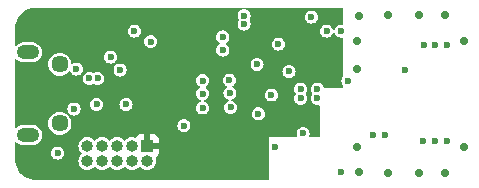
<source format=gbr>
%TF.GenerationSoftware,KiCad,Pcbnew,8.0.6*%
%TF.CreationDate,2024-12-29T16:51:47+05:30*%
%TF.ProjectId,STM32_RF,53544d33-325f-4524-962e-6b696361645f,rev?*%
%TF.SameCoordinates,Original*%
%TF.FileFunction,Copper,L3,Inr*%
%TF.FilePolarity,Positive*%
%FSLAX46Y46*%
G04 Gerber Fmt 4.6, Leading zero omitted, Abs format (unit mm)*
G04 Created by KiCad (PCBNEW 8.0.6) date 2024-12-29 16:51:47*
%MOMM*%
%LPD*%
G01*
G04 APERTURE LIST*
%TA.AperFunction,ComponentPad*%
%ADD10R,1.000000X1.000000*%
%TD*%
%TA.AperFunction,ComponentPad*%
%ADD11O,1.000000X1.000000*%
%TD*%
%TA.AperFunction,ComponentPad*%
%ADD12O,1.900000X1.200000*%
%TD*%
%TA.AperFunction,ComponentPad*%
%ADD13C,1.450000*%
%TD*%
%TA.AperFunction,ViaPad*%
%ADD14C,0.600000*%
%TD*%
%TA.AperFunction,ViaPad*%
%ADD15C,0.700000*%
%TD*%
G04 APERTURE END LIST*
D10*
%TO.N,+3.3V*%
%TO.C,J2*%
X165900000Y-78430000D03*
D11*
%TO.N,SWD_DIO*%
X165900000Y-79700000D03*
%TO.N,GND*%
X164630000Y-78430000D03*
%TO.N,SWD_CLK*%
X164630000Y-79700000D03*
%TO.N,GND*%
X163360000Y-78430000D03*
%TO.N,unconnected-(J2-Pin_6-Pad6)*%
X163360000Y-79700000D03*
%TO.N,unconnected-(J2-Pin_7-Pad7)*%
X162090000Y-78430000D03*
%TO.N,unconnected-(J2-Pin_8-Pad8)*%
X162090000Y-79700000D03*
%TO.N,GND*%
X160820000Y-78430000D03*
%TO.N,SWD_NRST*%
X160820000Y-79700000D03*
%TD*%
D12*
%TO.N,N/C*%
%TO.C,J1*%
X155800000Y-70500000D03*
D13*
X158500000Y-71500000D03*
X158500000Y-76500000D03*
D12*
X155800000Y-77500000D03*
%TD*%
D14*
%TO.N,GND*%
X189300000Y-69900000D03*
D15*
X188900000Y-67300000D03*
X188900000Y-80710000D03*
D14*
X169000000Y-76700000D03*
D15*
X186300000Y-80710000D03*
D14*
X161700000Y-72700000D03*
X179800000Y-67500000D03*
X175200000Y-71500000D03*
X159700000Y-75300000D03*
D15*
X183800000Y-67400000D03*
D14*
X182300000Y-68700000D03*
D15*
X186300000Y-67300000D03*
X183700000Y-78510000D03*
X191100000Y-67300000D03*
D14*
X166200000Y-69600000D03*
D15*
X183700000Y-69500000D03*
D14*
X172300000Y-69200000D03*
X180300000Y-74400000D03*
X172900000Y-73950000D03*
D15*
X192700000Y-78510000D03*
D14*
X180300000Y-73600000D03*
D15*
X191100000Y-80710000D03*
D14*
X190300000Y-69900000D03*
X164800000Y-68700000D03*
D15*
X183700000Y-71900000D03*
D14*
X177900000Y-72100000D03*
X163600000Y-72000000D03*
D15*
X192700000Y-69500000D03*
D14*
X191300000Y-69900000D03*
X158320000Y-79020000D03*
X170600000Y-72900000D03*
X181100000Y-68700000D03*
X161000000Y-72700000D03*
X190250000Y-78000000D03*
X172850000Y-72850000D03*
X191250000Y-78000000D03*
X178900000Y-74400000D03*
X170600000Y-75200000D03*
X174100000Y-67399997D03*
X170600000Y-74000000D03*
X176750000Y-78500000D03*
X182900000Y-72900000D03*
X177000000Y-69800000D03*
X189250000Y-78000000D03*
X187700000Y-72000000D03*
X162800000Y-70900000D03*
X182275000Y-80650000D03*
X164100000Y-74900000D03*
X172950000Y-75150000D03*
X185000000Y-77500000D03*
D15*
X183800000Y-80610000D03*
D14*
X179100000Y-77350000D03*
X186000000Y-77500000D03*
X178900000Y-73600000D03*
X174100000Y-68100000D03*
%TO.N,+3.3V*%
X178250000Y-67550000D03*
X167200000Y-72399997D03*
X170700000Y-77700000D03*
X167200000Y-73100000D03*
X174250000Y-70950000D03*
X165800000Y-73100000D03*
X166500000Y-73100000D03*
X171287500Y-70693844D03*
X176350000Y-77400000D03*
X182000000Y-71500000D03*
%TO.N,SWD_NRST*%
X172300000Y-70300000D03*
%TO.N,+5V*%
X161608422Y-74900000D03*
X159900000Y-71900000D03*
%TO.N,SPI3_SCK*%
X175300000Y-75700000D03*
X176400000Y-74100000D03*
%TD*%
%TA.AperFunction,Conductor*%
%TO.N,+3.3V*%
G36*
X174096691Y-66712946D02*
G01*
X174133357Y-66700500D01*
X182426000Y-66700500D01*
X182478326Y-66722174D01*
X182500000Y-66774500D01*
X182500000Y-68086699D01*
X182478326Y-68139025D01*
X182426000Y-68160699D01*
X182416341Y-68160066D01*
X182300000Y-68144750D01*
X182156291Y-68163669D01*
X182022376Y-68219138D01*
X181907379Y-68307379D01*
X181819138Y-68422376D01*
X181768367Y-68544951D01*
X181728319Y-68585000D01*
X181671682Y-68585000D01*
X181631633Y-68544952D01*
X181631633Y-68544951D01*
X181580861Y-68422376D01*
X181580861Y-68422375D01*
X181492621Y-68307379D01*
X181377625Y-68219139D01*
X181377623Y-68219138D01*
X181243708Y-68163669D01*
X181100000Y-68144750D01*
X180956291Y-68163669D01*
X180822376Y-68219138D01*
X180707379Y-68307379D01*
X180619138Y-68422376D01*
X180563669Y-68556291D01*
X180544750Y-68700000D01*
X180563669Y-68843708D01*
X180596254Y-68922375D01*
X180619139Y-68977625D01*
X180707379Y-69092621D01*
X180822375Y-69180861D01*
X180956291Y-69236330D01*
X181100000Y-69255250D01*
X181243709Y-69236330D01*
X181377625Y-69180861D01*
X181492621Y-69092621D01*
X181580861Y-68977625D01*
X181631633Y-68855047D01*
X181671681Y-68814999D01*
X181728318Y-68814999D01*
X181768365Y-68855045D01*
X181819139Y-68977625D01*
X181907379Y-69092621D01*
X182022375Y-69180861D01*
X182156291Y-69236330D01*
X182300000Y-69255250D01*
X182416341Y-69239933D01*
X182471048Y-69254592D01*
X182499367Y-69303641D01*
X182500000Y-69313300D01*
X182500000Y-72491875D01*
X182484708Y-72536923D01*
X182419140Y-72622372D01*
X182419138Y-72622376D01*
X182363669Y-72756291D01*
X182344750Y-72900000D01*
X182363669Y-73043708D01*
X182419138Y-73177623D01*
X182419140Y-73177627D01*
X182421622Y-73180861D01*
X182484708Y-73263076D01*
X182500000Y-73308124D01*
X182500000Y-73426000D01*
X182478326Y-73478326D01*
X182426000Y-73500000D01*
X180903880Y-73500000D01*
X180851554Y-73478326D01*
X180835513Y-73454318D01*
X180805704Y-73382353D01*
X180780861Y-73322375D01*
X180692621Y-73207379D01*
X180577625Y-73119139D01*
X180577623Y-73119138D01*
X180443708Y-73063669D01*
X180300000Y-73044750D01*
X180156291Y-73063669D01*
X180022376Y-73119138D01*
X179907379Y-73207379D01*
X179819138Y-73322376D01*
X179763669Y-73456291D01*
X179744750Y-73600000D01*
X179763669Y-73743708D01*
X179819138Y-73877623D01*
X179819140Y-73877627D01*
X179878473Y-73954952D01*
X179893132Y-74009659D01*
X179878473Y-74045048D01*
X179819140Y-74122372D01*
X179819138Y-74122376D01*
X179763669Y-74256291D01*
X179744750Y-74400000D01*
X179763669Y-74543708D01*
X179815624Y-74669139D01*
X179819139Y-74677625D01*
X179907379Y-74792621D01*
X180022375Y-74880861D01*
X180156291Y-74936330D01*
X180300000Y-74955250D01*
X180416341Y-74939933D01*
X180471048Y-74954592D01*
X180499367Y-75003641D01*
X180500000Y-75013300D01*
X180500000Y-77626000D01*
X180478326Y-77678326D01*
X180426000Y-77700000D01*
X179661631Y-77700000D01*
X179609305Y-77678326D01*
X179587631Y-77626000D01*
X179593264Y-77597682D01*
X179636330Y-77493708D01*
X179638106Y-77480219D01*
X179655250Y-77350000D01*
X179636330Y-77206291D01*
X179580861Y-77072375D01*
X179492621Y-76957379D01*
X179377625Y-76869139D01*
X179377623Y-76869138D01*
X179243708Y-76813669D01*
X179100000Y-76794750D01*
X178956291Y-76813669D01*
X178822376Y-76869138D01*
X178707379Y-76957379D01*
X178619138Y-77072376D01*
X178563669Y-77206291D01*
X178544750Y-77350000D01*
X178563669Y-77493708D01*
X178606736Y-77597682D01*
X178606736Y-77654319D01*
X178566687Y-77694367D01*
X178538369Y-77700000D01*
X176250000Y-77700000D01*
X176250000Y-78253862D01*
X176244367Y-78282180D01*
X176213669Y-78356291D01*
X176194750Y-78500000D01*
X176213669Y-78643706D01*
X176213669Y-78643708D01*
X176213670Y-78643709D01*
X176244367Y-78717821D01*
X176250000Y-78746136D01*
X176250000Y-81225500D01*
X176228326Y-81277826D01*
X176176000Y-81299500D01*
X156502429Y-81299500D01*
X156497589Y-81299342D01*
X156269953Y-81284421D01*
X156260357Y-81283157D01*
X156039015Y-81239130D01*
X156029664Y-81236625D01*
X155815952Y-81164079D01*
X155807010Y-81160375D01*
X155703676Y-81109417D01*
X155604595Y-81060555D01*
X155596220Y-81055720D01*
X155408563Y-80930331D01*
X155400884Y-80924438D01*
X155384725Y-80910267D01*
X155231202Y-80775632D01*
X155224367Y-80768797D01*
X155075560Y-80599114D01*
X155069668Y-80591436D01*
X154944276Y-80403774D01*
X154939446Y-80395409D01*
X154839623Y-80192986D01*
X154835920Y-80184047D01*
X154830859Y-80169139D01*
X154763373Y-79970333D01*
X154760869Y-79960984D01*
X154716842Y-79739642D01*
X154715578Y-79730046D01*
X154700658Y-79502410D01*
X154700500Y-79497570D01*
X154700500Y-79020000D01*
X157764750Y-79020000D01*
X157783669Y-79163708D01*
X157810761Y-79229114D01*
X157839139Y-79297625D01*
X157927379Y-79412621D01*
X158042375Y-79500861D01*
X158176291Y-79556330D01*
X158320000Y-79575250D01*
X158463709Y-79556330D01*
X158597625Y-79500861D01*
X158712621Y-79412621D01*
X158800861Y-79297625D01*
X158856330Y-79163709D01*
X158875250Y-79020000D01*
X158856330Y-78876291D01*
X158800861Y-78742375D01*
X158712621Y-78627379D01*
X158597625Y-78539139D01*
X158597623Y-78539138D01*
X158463708Y-78483669D01*
X158320000Y-78464750D01*
X158176291Y-78483669D01*
X158042376Y-78539138D01*
X157927379Y-78627379D01*
X157839138Y-78742376D01*
X157783669Y-78876291D01*
X157764750Y-79020000D01*
X154700500Y-79020000D01*
X154700500Y-78430000D01*
X160064751Y-78430000D01*
X160083687Y-78598059D01*
X160083689Y-78598067D01*
X160139544Y-78757691D01*
X160229519Y-78900885D01*
X160229521Y-78900887D01*
X160229523Y-78900890D01*
X160341308Y-79012675D01*
X160362982Y-79065000D01*
X160341308Y-79117324D01*
X160237325Y-79221308D01*
X160229520Y-79229113D01*
X160229519Y-79229114D01*
X160139544Y-79372308D01*
X160083689Y-79531932D01*
X160083687Y-79531940D01*
X160064751Y-79700000D01*
X160083687Y-79868059D01*
X160083689Y-79868067D01*
X160139544Y-80027691D01*
X160229519Y-80170885D01*
X160229521Y-80170887D01*
X160229523Y-80170890D01*
X160349110Y-80290477D01*
X160349112Y-80290478D01*
X160349114Y-80290480D01*
X160479449Y-80372375D01*
X160492310Y-80380456D01*
X160651941Y-80436313D01*
X160820000Y-80455249D01*
X160988059Y-80436313D01*
X161147690Y-80380456D01*
X161290890Y-80290477D01*
X161402675Y-80178691D01*
X161455000Y-80157018D01*
X161507324Y-80178691D01*
X161619110Y-80290477D01*
X161619112Y-80290478D01*
X161619114Y-80290480D01*
X161749449Y-80372375D01*
X161762310Y-80380456D01*
X161921941Y-80436313D01*
X162090000Y-80455249D01*
X162258059Y-80436313D01*
X162417690Y-80380456D01*
X162560890Y-80290477D01*
X162672675Y-80178691D01*
X162725000Y-80157018D01*
X162777324Y-80178691D01*
X162889110Y-80290477D01*
X162889112Y-80290478D01*
X162889114Y-80290480D01*
X163019449Y-80372375D01*
X163032310Y-80380456D01*
X163191941Y-80436313D01*
X163360000Y-80455249D01*
X163528059Y-80436313D01*
X163687690Y-80380456D01*
X163830890Y-80290477D01*
X163942675Y-80178691D01*
X163995000Y-80157018D01*
X164047324Y-80178691D01*
X164159110Y-80290477D01*
X164159112Y-80290478D01*
X164159114Y-80290480D01*
X164289449Y-80372375D01*
X164302310Y-80380456D01*
X164461941Y-80436313D01*
X164630000Y-80455249D01*
X164798059Y-80436313D01*
X164957690Y-80380456D01*
X165100890Y-80290477D01*
X165212675Y-80178691D01*
X165265000Y-80157018D01*
X165317324Y-80178691D01*
X165429110Y-80290477D01*
X165429112Y-80290478D01*
X165429114Y-80290480D01*
X165559449Y-80372375D01*
X165572310Y-80380456D01*
X165731941Y-80436313D01*
X165900000Y-80455249D01*
X166068059Y-80436313D01*
X166227690Y-80380456D01*
X166370890Y-80290477D01*
X166490477Y-80170890D01*
X166580456Y-80027690D01*
X166636313Y-79868059D01*
X166655249Y-79700000D01*
X166636313Y-79531941D01*
X166611394Y-79460726D01*
X166614569Y-79404180D01*
X166639181Y-79378301D01*
X166637852Y-79376525D01*
X166757188Y-79287188D01*
X166843353Y-79172088D01*
X166843354Y-79172087D01*
X166893596Y-79037380D01*
X166893597Y-79037375D01*
X166900000Y-78977828D01*
X166900000Y-78680000D01*
X166109618Y-78680000D01*
X166160064Y-78629554D01*
X166202851Y-78555445D01*
X166225000Y-78472787D01*
X166225000Y-78387213D01*
X166202851Y-78304555D01*
X166160064Y-78230446D01*
X166109618Y-78180000D01*
X166150000Y-78180000D01*
X166900000Y-78180000D01*
X166900000Y-77882171D01*
X166893597Y-77822624D01*
X166893596Y-77822619D01*
X166843354Y-77687912D01*
X166843353Y-77687911D01*
X166757188Y-77572811D01*
X166642088Y-77486646D01*
X166642087Y-77486645D01*
X166507380Y-77436403D01*
X166507375Y-77436402D01*
X166447829Y-77430000D01*
X166150000Y-77430000D01*
X166150000Y-78180000D01*
X166109618Y-78180000D01*
X166099554Y-78169936D01*
X166025445Y-78127149D01*
X165942787Y-78105000D01*
X165857213Y-78105000D01*
X165774555Y-78127149D01*
X165700446Y-78169936D01*
X165650000Y-78220382D01*
X165650000Y-77430000D01*
X165352171Y-77430000D01*
X165292624Y-77436402D01*
X165292619Y-77436403D01*
X165157912Y-77486645D01*
X165157911Y-77486646D01*
X165042811Y-77572811D01*
X164953475Y-77692148D01*
X164951069Y-77690347D01*
X164914535Y-77719768D01*
X164869271Y-77718605D01*
X164798067Y-77693689D01*
X164798059Y-77693687D01*
X164630000Y-77674751D01*
X164461940Y-77693687D01*
X164461932Y-77693689D01*
X164302308Y-77749544D01*
X164159114Y-77839519D01*
X164159113Y-77839520D01*
X164159110Y-77839522D01*
X164159110Y-77839523D01*
X164047324Y-77951308D01*
X163995000Y-77972982D01*
X163942675Y-77951308D01*
X163830890Y-77839523D01*
X163830887Y-77839521D01*
X163830885Y-77839519D01*
X163687691Y-77749544D01*
X163528067Y-77693689D01*
X163528059Y-77693687D01*
X163360000Y-77674751D01*
X163191940Y-77693687D01*
X163191932Y-77693689D01*
X163032308Y-77749544D01*
X162889114Y-77839519D01*
X162889113Y-77839520D01*
X162889110Y-77839522D01*
X162889110Y-77839523D01*
X162777324Y-77951308D01*
X162725000Y-77972982D01*
X162672675Y-77951308D01*
X162560890Y-77839523D01*
X162560887Y-77839521D01*
X162560885Y-77839519D01*
X162417691Y-77749544D01*
X162258067Y-77693689D01*
X162258059Y-77693687D01*
X162090000Y-77674751D01*
X161921940Y-77693687D01*
X161921932Y-77693689D01*
X161762308Y-77749544D01*
X161619114Y-77839519D01*
X161619113Y-77839520D01*
X161619110Y-77839522D01*
X161619110Y-77839523D01*
X161507324Y-77951308D01*
X161455000Y-77972982D01*
X161402675Y-77951308D01*
X161290890Y-77839523D01*
X161290887Y-77839521D01*
X161290885Y-77839519D01*
X161147691Y-77749544D01*
X160988067Y-77693689D01*
X160988059Y-77693687D01*
X160820000Y-77674751D01*
X160651940Y-77693687D01*
X160651932Y-77693689D01*
X160492308Y-77749544D01*
X160349114Y-77839519D01*
X160229519Y-77959114D01*
X160139544Y-78102308D01*
X160083689Y-78261932D01*
X160083687Y-78261940D01*
X160064751Y-78430000D01*
X154700500Y-78430000D01*
X154700500Y-78131939D01*
X154722174Y-78079613D01*
X154774500Y-78057939D01*
X154826824Y-78079612D01*
X154907838Y-78160626D01*
X155047137Y-78253703D01*
X155201918Y-78317816D01*
X155366233Y-78350500D01*
X155366234Y-78350500D01*
X156233766Y-78350500D01*
X156233767Y-78350500D01*
X156398082Y-78317816D01*
X156552863Y-78253703D01*
X156692162Y-78160626D01*
X156810626Y-78042162D01*
X156903703Y-77902863D01*
X156967816Y-77748082D01*
X157000500Y-77583767D01*
X157000500Y-77416233D01*
X156967816Y-77251918D01*
X156903703Y-77097137D01*
X156810626Y-76957838D01*
X156692162Y-76839374D01*
X156692158Y-76839371D01*
X156552862Y-76746296D01*
X156398082Y-76682184D01*
X156398075Y-76682182D01*
X156274288Y-76657560D01*
X156233767Y-76649500D01*
X155366233Y-76649500D01*
X155333728Y-76655965D01*
X155201924Y-76682182D01*
X155201917Y-76682184D01*
X155047137Y-76746296D01*
X154907841Y-76839371D01*
X154907840Y-76839372D01*
X154907838Y-76839373D01*
X154907838Y-76839374D01*
X154826824Y-76920387D01*
X154774500Y-76942061D01*
X154722174Y-76920387D01*
X154700500Y-76868061D01*
X154700500Y-76500000D01*
X157519780Y-76500000D01*
X157538615Y-76691231D01*
X157594395Y-76875114D01*
X157684977Y-77044581D01*
X157806880Y-77193120D01*
X157955419Y-77315023D01*
X158124886Y-77405605D01*
X158308769Y-77461385D01*
X158500000Y-77480220D01*
X158691231Y-77461385D01*
X158875114Y-77405605D01*
X159044581Y-77315023D01*
X159193120Y-77193120D01*
X159315023Y-77044581D01*
X159405605Y-76875114D01*
X159458725Y-76700000D01*
X168444750Y-76700000D01*
X168463669Y-76843708D01*
X168504408Y-76942061D01*
X168519139Y-76977625D01*
X168607379Y-77092621D01*
X168722375Y-77180861D01*
X168856291Y-77236330D01*
X169000000Y-77255250D01*
X169143709Y-77236330D01*
X169277625Y-77180861D01*
X169392621Y-77092621D01*
X169480861Y-76977625D01*
X169536330Y-76843709D01*
X169555250Y-76700000D01*
X169536330Y-76556291D01*
X169480861Y-76422375D01*
X169392621Y-76307379D01*
X169277625Y-76219139D01*
X169277623Y-76219138D01*
X169143708Y-76163669D01*
X169000000Y-76144750D01*
X168856291Y-76163669D01*
X168722376Y-76219138D01*
X168607379Y-76307379D01*
X168519138Y-76422376D01*
X168463669Y-76556291D01*
X168444750Y-76700000D01*
X159458725Y-76700000D01*
X159461385Y-76691231D01*
X159480220Y-76500000D01*
X159461385Y-76308769D01*
X159405605Y-76124886D01*
X159315023Y-75955419D01*
X159193120Y-75806880D01*
X159044581Y-75684977D01*
X158875114Y-75594395D01*
X158771300Y-75562903D01*
X158691232Y-75538615D01*
X158500000Y-75519780D01*
X158308767Y-75538615D01*
X158148629Y-75587192D01*
X158130738Y-75592620D01*
X158124883Y-75594396D01*
X157972812Y-75675680D01*
X157955419Y-75684977D01*
X157955416Y-75684978D01*
X157955412Y-75684982D01*
X157806880Y-75806880D01*
X157684982Y-75955412D01*
X157684976Y-75955421D01*
X157594396Y-76124883D01*
X157538615Y-76308767D01*
X157527425Y-76422376D01*
X157519780Y-76500000D01*
X154700500Y-76500000D01*
X154700500Y-75300000D01*
X159144750Y-75300000D01*
X159163669Y-75443708D01*
X159204640Y-75542621D01*
X159219139Y-75577625D01*
X159307379Y-75692621D01*
X159422375Y-75780861D01*
X159556291Y-75836330D01*
X159700000Y-75855250D01*
X159843709Y-75836330D01*
X159977625Y-75780861D01*
X160092621Y-75692621D01*
X160180861Y-75577625D01*
X160236330Y-75443709D01*
X160255250Y-75300000D01*
X160236330Y-75156291D01*
X160180861Y-75022375D01*
X160092621Y-74907379D01*
X160083005Y-74900000D01*
X161053172Y-74900000D01*
X161072091Y-75043708D01*
X161118724Y-75156291D01*
X161127561Y-75177625D01*
X161215801Y-75292621D01*
X161330797Y-75380861D01*
X161464713Y-75436330D01*
X161608422Y-75455250D01*
X161752131Y-75436330D01*
X161886047Y-75380861D01*
X162001043Y-75292621D01*
X162089283Y-75177625D01*
X162144752Y-75043709D01*
X162163672Y-74900000D01*
X163544750Y-74900000D01*
X163563669Y-75043708D01*
X163610302Y-75156291D01*
X163619139Y-75177625D01*
X163707379Y-75292621D01*
X163822375Y-75380861D01*
X163956291Y-75436330D01*
X164100000Y-75455250D01*
X164243709Y-75436330D01*
X164377625Y-75380861D01*
X164492621Y-75292621D01*
X164580861Y-75177625D01*
X164636330Y-75043709D01*
X164655250Y-74900000D01*
X164636330Y-74756291D01*
X164580861Y-74622375D01*
X164492621Y-74507379D01*
X164377625Y-74419139D01*
X164331419Y-74400000D01*
X164243708Y-74363669D01*
X164100000Y-74344750D01*
X163956291Y-74363669D01*
X163822376Y-74419138D01*
X163707379Y-74507379D01*
X163619138Y-74622376D01*
X163563669Y-74756291D01*
X163544750Y-74900000D01*
X162163672Y-74900000D01*
X162144752Y-74756291D01*
X162089283Y-74622375D01*
X162001043Y-74507379D01*
X161886047Y-74419139D01*
X161839841Y-74400000D01*
X161752130Y-74363669D01*
X161608422Y-74344750D01*
X161464713Y-74363669D01*
X161330798Y-74419138D01*
X161215801Y-74507379D01*
X161127560Y-74622376D01*
X161072091Y-74756291D01*
X161053172Y-74900000D01*
X160083005Y-74900000D01*
X159977625Y-74819139D01*
X159977623Y-74819138D01*
X159843708Y-74763669D01*
X159700000Y-74744750D01*
X159556291Y-74763669D01*
X159422376Y-74819138D01*
X159307379Y-74907379D01*
X159219138Y-75022376D01*
X159163669Y-75156291D01*
X159144750Y-75300000D01*
X154700500Y-75300000D01*
X154700500Y-72700000D01*
X160444750Y-72700000D01*
X160463669Y-72843708D01*
X160486986Y-72900000D01*
X160519139Y-72977625D01*
X160607379Y-73092621D01*
X160722375Y-73180861D01*
X160856291Y-73236330D01*
X161000000Y-73255250D01*
X161143709Y-73236330D01*
X161277625Y-73180861D01*
X161304951Y-73159892D01*
X161359657Y-73145233D01*
X161395048Y-73159892D01*
X161422375Y-73180861D01*
X161556291Y-73236330D01*
X161700000Y-73255250D01*
X161843709Y-73236330D01*
X161977625Y-73180861D01*
X162092621Y-73092621D01*
X162180861Y-72977625D01*
X162213014Y-72900000D01*
X170044750Y-72900000D01*
X170063669Y-73043708D01*
X170105722Y-73145233D01*
X170119139Y-73177625D01*
X170207379Y-73292621D01*
X170322375Y-73380861D01*
X170324241Y-73381634D01*
X170324960Y-73382353D01*
X170326574Y-73383285D01*
X170326324Y-73383717D01*
X170364288Y-73421684D01*
X170364286Y-73478321D01*
X170326324Y-73516282D01*
X170326574Y-73516715D01*
X170324960Y-73517646D01*
X170324241Y-73518366D01*
X170322376Y-73519138D01*
X170207379Y-73607379D01*
X170119138Y-73722376D01*
X170063669Y-73856291D01*
X170044750Y-74000000D01*
X170063669Y-74143708D01*
X170110302Y-74256291D01*
X170119139Y-74277625D01*
X170207379Y-74392621D01*
X170322375Y-74480861D01*
X170386396Y-74507379D01*
X170444951Y-74531633D01*
X170485000Y-74571681D01*
X170485000Y-74628318D01*
X170444952Y-74668366D01*
X170444951Y-74668367D01*
X170322376Y-74719138D01*
X170207379Y-74807379D01*
X170119138Y-74922376D01*
X170063669Y-75056291D01*
X170044750Y-75200000D01*
X170063669Y-75343708D01*
X170109871Y-75455250D01*
X170119139Y-75477625D01*
X170207379Y-75592621D01*
X170322375Y-75680861D01*
X170456291Y-75736330D01*
X170600000Y-75755250D01*
X170743709Y-75736330D01*
X170877625Y-75680861D01*
X170992621Y-75592621D01*
X171080861Y-75477625D01*
X171136330Y-75343709D01*
X171155250Y-75200000D01*
X171136330Y-75056291D01*
X171080861Y-74922375D01*
X170992621Y-74807379D01*
X170877625Y-74719139D01*
X170755047Y-74668366D01*
X170714999Y-74628319D01*
X170714999Y-74571682D01*
X170755045Y-74531634D01*
X170877625Y-74480861D01*
X170992621Y-74392621D01*
X171080861Y-74277625D01*
X171136330Y-74143709D01*
X171155250Y-74000000D01*
X171136330Y-73856291D01*
X171080861Y-73722375D01*
X170992621Y-73607379D01*
X170877625Y-73519139D01*
X170875760Y-73518366D01*
X170875041Y-73517647D01*
X170873426Y-73516715D01*
X170873675Y-73516282D01*
X170835713Y-73478320D01*
X170835711Y-73421683D01*
X170873675Y-73383717D01*
X170873426Y-73383285D01*
X170875039Y-73382353D01*
X170875759Y-73381634D01*
X170875759Y-73381633D01*
X170877625Y-73380861D01*
X170992621Y-73292621D01*
X171080861Y-73177625D01*
X171136330Y-73043709D01*
X171155250Y-72900000D01*
X171148667Y-72850000D01*
X172294750Y-72850000D01*
X172313669Y-72993708D01*
X172365624Y-73119139D01*
X172369139Y-73127625D01*
X172457379Y-73242621D01*
X172572375Y-73330861D01*
X172603464Y-73343738D01*
X172643511Y-73383784D01*
X172643513Y-73440421D01*
X172620194Y-73470812D01*
X172507379Y-73557379D01*
X172419138Y-73672376D01*
X172363669Y-73806291D01*
X172344750Y-73950000D01*
X172363669Y-74093708D01*
X172375544Y-74122376D01*
X172419139Y-74227625D01*
X172507379Y-74342621D01*
X172622375Y-74430861D01*
X172756291Y-74486330D01*
X172756294Y-74486330D01*
X172760980Y-74487587D01*
X172760374Y-74489844D01*
X172802744Y-74514297D01*
X172817413Y-74569002D01*
X172789103Y-74618056D01*
X172772363Y-74627723D01*
X172672375Y-74669139D01*
X172557379Y-74757379D01*
X172469138Y-74872376D01*
X172413669Y-75006291D01*
X172394750Y-75150000D01*
X172413669Y-75293708D01*
X172419332Y-75307379D01*
X172469139Y-75427625D01*
X172557379Y-75542621D01*
X172672375Y-75630861D01*
X172806291Y-75686330D01*
X172950000Y-75705250D01*
X172989877Y-75700000D01*
X174744750Y-75700000D01*
X174763669Y-75843708D01*
X174768450Y-75855250D01*
X174819139Y-75977625D01*
X174907379Y-76092621D01*
X175022375Y-76180861D01*
X175156291Y-76236330D01*
X175300000Y-76255250D01*
X175443709Y-76236330D01*
X175577625Y-76180861D01*
X175692621Y-76092621D01*
X175780861Y-75977625D01*
X175836330Y-75843709D01*
X175855250Y-75700000D01*
X175836330Y-75556291D01*
X175780861Y-75422375D01*
X175692621Y-75307379D01*
X175577625Y-75219139D01*
X175531419Y-75200000D01*
X175443708Y-75163669D01*
X175300000Y-75144750D01*
X175156291Y-75163669D01*
X175022376Y-75219138D01*
X174907379Y-75307379D01*
X174819138Y-75422376D01*
X174763669Y-75556291D01*
X174744750Y-75700000D01*
X172989877Y-75700000D01*
X173093709Y-75686330D01*
X173227625Y-75630861D01*
X173342621Y-75542621D01*
X173430861Y-75427625D01*
X173486330Y-75293709D01*
X173505250Y-75150000D01*
X173486330Y-75006291D01*
X173430861Y-74872375D01*
X173342621Y-74757379D01*
X173227625Y-74669139D01*
X173225761Y-74668367D01*
X173114725Y-74622375D01*
X173093709Y-74613670D01*
X173093708Y-74613669D01*
X173093706Y-74613669D01*
X173089020Y-74612413D01*
X173089623Y-74610162D01*
X173047238Y-74585679D01*
X173032590Y-74530969D01*
X173060919Y-74481926D01*
X173077632Y-74472278D01*
X173177625Y-74430861D01*
X173292621Y-74342621D01*
X173380861Y-74227625D01*
X173433724Y-74100000D01*
X175844750Y-74100000D01*
X175863669Y-74243708D01*
X175904640Y-74342621D01*
X175919139Y-74377625D01*
X176007379Y-74492621D01*
X176122375Y-74580861D01*
X176256291Y-74636330D01*
X176400000Y-74655250D01*
X176543709Y-74636330D01*
X176677625Y-74580861D01*
X176792621Y-74492621D01*
X176880861Y-74377625D01*
X176936330Y-74243709D01*
X176955250Y-74100000D01*
X176936330Y-73956291D01*
X176880861Y-73822375D01*
X176792621Y-73707379D01*
X176677625Y-73619139D01*
X176677623Y-73619138D01*
X176631419Y-73600000D01*
X178344750Y-73600000D01*
X178363669Y-73743708D01*
X178419138Y-73877623D01*
X178419140Y-73877627D01*
X178478473Y-73954952D01*
X178493132Y-74009659D01*
X178478473Y-74045048D01*
X178419140Y-74122372D01*
X178419138Y-74122376D01*
X178363669Y-74256291D01*
X178344750Y-74400000D01*
X178363669Y-74543708D01*
X178415624Y-74669139D01*
X178419139Y-74677625D01*
X178507379Y-74792621D01*
X178622375Y-74880861D01*
X178756291Y-74936330D01*
X178900000Y-74955250D01*
X179043709Y-74936330D01*
X179177625Y-74880861D01*
X179292621Y-74792621D01*
X179380861Y-74677625D01*
X179436330Y-74543709D01*
X179455250Y-74400000D01*
X179436330Y-74256291D01*
X179380861Y-74122375D01*
X179321526Y-74045048D01*
X179306867Y-73990341D01*
X179321526Y-73954952D01*
X179380859Y-73877627D01*
X179380861Y-73877625D01*
X179436330Y-73743709D01*
X179455250Y-73600000D01*
X179436330Y-73456291D01*
X179380861Y-73322375D01*
X179292621Y-73207379D01*
X179177625Y-73119139D01*
X179177623Y-73119138D01*
X179043708Y-73063669D01*
X178900000Y-73044750D01*
X178756291Y-73063669D01*
X178622376Y-73119138D01*
X178507379Y-73207379D01*
X178419138Y-73322376D01*
X178363669Y-73456291D01*
X178344750Y-73600000D01*
X176631419Y-73600000D01*
X176543708Y-73563669D01*
X176400000Y-73544750D01*
X176256291Y-73563669D01*
X176122376Y-73619138D01*
X176007379Y-73707379D01*
X175919138Y-73822376D01*
X175863669Y-73956291D01*
X175844750Y-74100000D01*
X173433724Y-74100000D01*
X173436330Y-74093709D01*
X173455250Y-73950000D01*
X173436330Y-73806291D01*
X173380861Y-73672375D01*
X173292621Y-73557379D01*
X173177625Y-73469139D01*
X173177623Y-73469138D01*
X173177624Y-73469138D01*
X173156931Y-73460567D01*
X173146535Y-73456261D01*
X173106487Y-73416215D01*
X173106487Y-73359577D01*
X173129805Y-73329188D01*
X173242621Y-73242621D01*
X173330861Y-73127625D01*
X173386330Y-72993709D01*
X173405250Y-72850000D01*
X173386330Y-72706291D01*
X173330861Y-72572375D01*
X173242621Y-72457379D01*
X173127625Y-72369139D01*
X173127623Y-72369138D01*
X172993708Y-72313669D01*
X172850000Y-72294750D01*
X172706291Y-72313669D01*
X172572376Y-72369138D01*
X172457379Y-72457379D01*
X172369138Y-72572376D01*
X172313669Y-72706291D01*
X172294750Y-72850000D01*
X171148667Y-72850000D01*
X171136330Y-72756291D01*
X171080861Y-72622375D01*
X170992621Y-72507379D01*
X170877625Y-72419139D01*
X170844946Y-72405603D01*
X170743708Y-72363669D01*
X170600000Y-72344750D01*
X170456291Y-72363669D01*
X170322376Y-72419138D01*
X170207379Y-72507379D01*
X170119138Y-72622376D01*
X170063669Y-72756291D01*
X170044750Y-72900000D01*
X162213014Y-72900000D01*
X162236330Y-72843709D01*
X162255250Y-72700000D01*
X162236330Y-72556291D01*
X162180861Y-72422375D01*
X162092621Y-72307379D01*
X161977625Y-72219139D01*
X161977623Y-72219138D01*
X161843708Y-72163669D01*
X161700000Y-72144750D01*
X161556291Y-72163669D01*
X161422376Y-72219138D01*
X161395048Y-72240108D01*
X161340340Y-72254766D01*
X161304952Y-72240108D01*
X161277625Y-72219139D01*
X161277623Y-72219138D01*
X161143708Y-72163669D01*
X161000000Y-72144750D01*
X160856291Y-72163669D01*
X160722376Y-72219138D01*
X160607379Y-72307379D01*
X160519138Y-72422376D01*
X160463669Y-72556291D01*
X160444750Y-72700000D01*
X154700500Y-72700000D01*
X154700500Y-71500000D01*
X157519780Y-71500000D01*
X157538615Y-71691232D01*
X157558351Y-71756291D01*
X157594395Y-71875114D01*
X157684977Y-72044581D01*
X157806880Y-72193120D01*
X157955419Y-72315023D01*
X158124886Y-72405605D01*
X158308769Y-72461385D01*
X158500000Y-72480220D01*
X158691231Y-72461385D01*
X158875114Y-72405605D01*
X159044581Y-72315023D01*
X159193120Y-72193120D01*
X159269271Y-72100329D01*
X159319217Y-72073632D01*
X159373416Y-72090073D01*
X159394838Y-72118957D01*
X159419139Y-72177625D01*
X159507379Y-72292621D01*
X159622375Y-72380861D01*
X159756291Y-72436330D01*
X159900000Y-72455250D01*
X160043709Y-72436330D01*
X160177625Y-72380861D01*
X160292621Y-72292621D01*
X160380861Y-72177625D01*
X160436330Y-72043709D01*
X160442085Y-72000000D01*
X163044750Y-72000000D01*
X163063669Y-72143708D01*
X163119138Y-72277623D01*
X163119139Y-72277625D01*
X163207379Y-72392621D01*
X163322375Y-72480861D01*
X163456291Y-72536330D01*
X163600000Y-72555250D01*
X163743709Y-72536330D01*
X163877625Y-72480861D01*
X163992621Y-72392621D01*
X164080861Y-72277625D01*
X164136330Y-72143709D01*
X164142085Y-72100000D01*
X177344750Y-72100000D01*
X177363669Y-72243708D01*
X177415624Y-72369139D01*
X177419139Y-72377625D01*
X177507379Y-72492621D01*
X177622375Y-72580861D01*
X177756291Y-72636330D01*
X177900000Y-72655250D01*
X178043709Y-72636330D01*
X178177625Y-72580861D01*
X178292621Y-72492621D01*
X178380861Y-72377625D01*
X178436330Y-72243709D01*
X178455250Y-72100000D01*
X178436330Y-71956291D01*
X178380861Y-71822375D01*
X178292621Y-71707379D01*
X178177625Y-71619139D01*
X178177623Y-71619138D01*
X178043708Y-71563669D01*
X177900000Y-71544750D01*
X177756291Y-71563669D01*
X177622376Y-71619138D01*
X177507379Y-71707379D01*
X177419138Y-71822376D01*
X177363669Y-71956291D01*
X177344750Y-72100000D01*
X164142085Y-72100000D01*
X164155250Y-72000000D01*
X164136330Y-71856291D01*
X164080861Y-71722375D01*
X163992621Y-71607379D01*
X163877625Y-71519139D01*
X163877623Y-71519138D01*
X163831419Y-71500000D01*
X174644750Y-71500000D01*
X174663669Y-71643708D01*
X174696254Y-71722375D01*
X174719139Y-71777625D01*
X174807379Y-71892621D01*
X174922375Y-71980861D01*
X175056291Y-72036330D01*
X175200000Y-72055250D01*
X175343709Y-72036330D01*
X175477625Y-71980861D01*
X175592621Y-71892621D01*
X175680861Y-71777625D01*
X175736330Y-71643709D01*
X175755250Y-71500000D01*
X175736330Y-71356291D01*
X175680861Y-71222375D01*
X175592621Y-71107379D01*
X175477625Y-71019139D01*
X175477623Y-71019138D01*
X175343708Y-70963669D01*
X175200000Y-70944750D01*
X175056291Y-70963669D01*
X174922376Y-71019138D01*
X174807379Y-71107379D01*
X174719138Y-71222376D01*
X174663669Y-71356291D01*
X174644750Y-71500000D01*
X163831419Y-71500000D01*
X163743708Y-71463669D01*
X163600000Y-71444750D01*
X163456291Y-71463669D01*
X163322376Y-71519138D01*
X163207379Y-71607379D01*
X163119138Y-71722376D01*
X163063669Y-71856291D01*
X163044750Y-72000000D01*
X160442085Y-72000000D01*
X160455250Y-71900000D01*
X160436330Y-71756291D01*
X160380861Y-71622375D01*
X160292621Y-71507379D01*
X160177625Y-71419139D01*
X160177623Y-71419138D01*
X160043708Y-71363669D01*
X159900000Y-71344750D01*
X159756291Y-71363669D01*
X159622376Y-71419138D01*
X159588443Y-71445176D01*
X159533735Y-71459834D01*
X159484686Y-71431515D01*
X159469752Y-71393723D01*
X159461385Y-71308769D01*
X159405605Y-71124886D01*
X159315023Y-70955419D01*
X159269542Y-70900000D01*
X162244750Y-70900000D01*
X162263669Y-71043708D01*
X162319138Y-71177623D01*
X162319139Y-71177625D01*
X162407379Y-71292621D01*
X162522375Y-71380861D01*
X162656291Y-71436330D01*
X162800000Y-71455250D01*
X162943709Y-71436330D01*
X163077625Y-71380861D01*
X163192621Y-71292621D01*
X163280861Y-71177625D01*
X163336330Y-71043709D01*
X163355250Y-70900000D01*
X163336330Y-70756291D01*
X163280861Y-70622375D01*
X163192621Y-70507379D01*
X163077625Y-70419139D01*
X163077623Y-70419138D01*
X162943708Y-70363669D01*
X162800000Y-70344750D01*
X162656291Y-70363669D01*
X162522376Y-70419138D01*
X162407379Y-70507379D01*
X162319138Y-70622376D01*
X162263669Y-70756291D01*
X162244750Y-70900000D01*
X159269542Y-70900000D01*
X159193120Y-70806880D01*
X159044581Y-70684977D01*
X158875114Y-70594395D01*
X158771300Y-70562903D01*
X158691232Y-70538615D01*
X158500000Y-70519780D01*
X158308767Y-70538615D01*
X158124883Y-70594396D01*
X157972812Y-70675680D01*
X157955419Y-70684977D01*
X157955416Y-70684978D01*
X157955412Y-70684982D01*
X157806880Y-70806880D01*
X157684982Y-70955412D01*
X157684976Y-70955421D01*
X157594396Y-71124883D01*
X157538615Y-71308767D01*
X157519780Y-71500000D01*
X154700500Y-71500000D01*
X154700500Y-71131939D01*
X154722174Y-71079613D01*
X154774500Y-71057939D01*
X154826824Y-71079612D01*
X154907838Y-71160626D01*
X155047137Y-71253703D01*
X155201918Y-71317816D01*
X155366233Y-71350500D01*
X155366234Y-71350500D01*
X156233766Y-71350500D01*
X156233767Y-71350500D01*
X156398082Y-71317816D01*
X156552863Y-71253703D01*
X156692162Y-71160626D01*
X156810626Y-71042162D01*
X156903703Y-70902863D01*
X156967816Y-70748082D01*
X157000500Y-70583767D01*
X157000500Y-70416233D01*
X156967816Y-70251918D01*
X156903703Y-70097137D01*
X156810626Y-69957838D01*
X156692162Y-69839374D01*
X156692158Y-69839371D01*
X156552862Y-69746296D01*
X156398082Y-69682184D01*
X156398075Y-69682182D01*
X156267908Y-69656291D01*
X156233767Y-69649500D01*
X155366233Y-69649500D01*
X155333728Y-69655965D01*
X155201924Y-69682182D01*
X155201917Y-69682184D01*
X155047137Y-69746296D01*
X154907841Y-69839371D01*
X154907840Y-69839372D01*
X154907838Y-69839373D01*
X154907838Y-69839374D01*
X154826824Y-69920387D01*
X154774500Y-69942061D01*
X154722174Y-69920387D01*
X154700500Y-69868061D01*
X154700500Y-69600000D01*
X165644750Y-69600000D01*
X165663669Y-69743708D01*
X165719138Y-69877623D01*
X165719139Y-69877625D01*
X165807379Y-69992621D01*
X165922375Y-70080861D01*
X166056291Y-70136330D01*
X166200000Y-70155250D01*
X166343709Y-70136330D01*
X166477625Y-70080861D01*
X166592621Y-69992621D01*
X166680861Y-69877625D01*
X166736330Y-69743709D01*
X166755250Y-69600000D01*
X166736330Y-69456291D01*
X166680861Y-69322375D01*
X166592621Y-69207379D01*
X166583005Y-69200000D01*
X171744750Y-69200000D01*
X171763669Y-69343708D01*
X171810302Y-69456291D01*
X171819139Y-69477625D01*
X171907379Y-69592621D01*
X172022375Y-69680861D01*
X172024241Y-69681634D01*
X172024960Y-69682353D01*
X172026574Y-69683285D01*
X172026324Y-69683717D01*
X172064288Y-69721684D01*
X172064286Y-69778321D01*
X172026324Y-69816282D01*
X172026574Y-69816715D01*
X172024960Y-69817646D01*
X172024241Y-69818366D01*
X172022376Y-69819138D01*
X171907379Y-69907379D01*
X171819138Y-70022376D01*
X171763669Y-70156291D01*
X171744750Y-70300000D01*
X171763669Y-70443708D01*
X171819138Y-70577623D01*
X171819139Y-70577625D01*
X171907379Y-70692621D01*
X172022375Y-70780861D01*
X172156291Y-70836330D01*
X172300000Y-70855250D01*
X172443709Y-70836330D01*
X172577625Y-70780861D01*
X172692621Y-70692621D01*
X172780861Y-70577625D01*
X172836330Y-70443709D01*
X172855250Y-70300000D01*
X172836330Y-70156291D01*
X172780861Y-70022375D01*
X172692621Y-69907379D01*
X172577625Y-69819139D01*
X172575760Y-69818366D01*
X172575041Y-69817647D01*
X172573426Y-69816715D01*
X172573675Y-69816282D01*
X172557393Y-69800000D01*
X176444750Y-69800000D01*
X176463669Y-69943708D01*
X176496254Y-70022375D01*
X176519139Y-70077625D01*
X176607379Y-70192621D01*
X176722375Y-70280861D01*
X176856291Y-70336330D01*
X177000000Y-70355250D01*
X177143709Y-70336330D01*
X177277625Y-70280861D01*
X177392621Y-70192621D01*
X177480861Y-70077625D01*
X177536330Y-69943709D01*
X177555250Y-69800000D01*
X177536330Y-69656291D01*
X177480861Y-69522375D01*
X177392621Y-69407379D01*
X177277625Y-69319139D01*
X177277623Y-69319138D01*
X177143708Y-69263669D01*
X177000000Y-69244750D01*
X176856291Y-69263669D01*
X176722376Y-69319138D01*
X176607379Y-69407379D01*
X176519138Y-69522376D01*
X176463669Y-69656291D01*
X176444750Y-69800000D01*
X172557393Y-69800000D01*
X172535713Y-69778320D01*
X172535711Y-69721683D01*
X172573675Y-69683717D01*
X172573426Y-69683285D01*
X172575039Y-69682353D01*
X172575759Y-69681634D01*
X172575759Y-69681633D01*
X172577625Y-69680861D01*
X172692621Y-69592621D01*
X172780861Y-69477625D01*
X172836330Y-69343709D01*
X172855250Y-69200000D01*
X172836330Y-69056291D01*
X172780861Y-68922375D01*
X172692621Y-68807379D01*
X172577625Y-68719139D01*
X172531419Y-68700000D01*
X172443708Y-68663669D01*
X172300000Y-68644750D01*
X172156291Y-68663669D01*
X172022376Y-68719138D01*
X171907379Y-68807379D01*
X171819138Y-68922376D01*
X171763669Y-69056291D01*
X171744750Y-69200000D01*
X166583005Y-69200000D01*
X166477625Y-69119139D01*
X166477623Y-69119138D01*
X166343708Y-69063669D01*
X166200000Y-69044750D01*
X166056291Y-69063669D01*
X165922376Y-69119138D01*
X165807379Y-69207379D01*
X165719138Y-69322376D01*
X165663669Y-69456291D01*
X165644750Y-69600000D01*
X154700500Y-69600000D01*
X154700500Y-68700000D01*
X164244750Y-68700000D01*
X164263669Y-68843708D01*
X164296254Y-68922375D01*
X164319139Y-68977625D01*
X164407379Y-69092621D01*
X164522375Y-69180861D01*
X164656291Y-69236330D01*
X164800000Y-69255250D01*
X164943709Y-69236330D01*
X165077625Y-69180861D01*
X165192621Y-69092621D01*
X165280861Y-68977625D01*
X165336330Y-68843709D01*
X165355250Y-68700000D01*
X165336330Y-68556291D01*
X165280861Y-68422375D01*
X165192621Y-68307379D01*
X165077625Y-68219139D01*
X165077623Y-68219138D01*
X164943708Y-68163669D01*
X164800000Y-68144750D01*
X164656291Y-68163669D01*
X164522376Y-68219138D01*
X164407379Y-68307379D01*
X164319138Y-68422376D01*
X164263669Y-68556291D01*
X164244750Y-68700000D01*
X154700500Y-68700000D01*
X154700500Y-68502429D01*
X154700658Y-68497589D01*
X154715578Y-68269953D01*
X154716842Y-68260357D01*
X154760869Y-68039015D01*
X154763374Y-68029664D01*
X154788281Y-67956291D01*
X154835923Y-67815944D01*
X154839620Y-67807018D01*
X154939450Y-67604583D01*
X154944271Y-67596231D01*
X155069674Y-67408554D01*
X155075554Y-67400892D01*
X155076339Y-67399997D01*
X173544750Y-67399997D01*
X173563669Y-67543705D01*
X173619138Y-67677620D01*
X173619140Y-67677624D01*
X173640108Y-67704950D01*
X173654767Y-67759657D01*
X173640109Y-67795045D01*
X173619140Y-67822373D01*
X173619138Y-67822376D01*
X173563669Y-67956291D01*
X173544750Y-68100000D01*
X173563669Y-68243708D01*
X173614694Y-68366894D01*
X173619139Y-68377625D01*
X173707379Y-68492621D01*
X173822375Y-68580861D01*
X173956291Y-68636330D01*
X174100000Y-68655250D01*
X174243709Y-68636330D01*
X174377625Y-68580861D01*
X174492621Y-68492621D01*
X174580861Y-68377625D01*
X174636330Y-68243709D01*
X174655250Y-68100000D01*
X174636330Y-67956291D01*
X174580861Y-67822375D01*
X174580859Y-67822372D01*
X174559891Y-67795046D01*
X174545232Y-67740339D01*
X174559891Y-67704949D01*
X174580861Y-67677622D01*
X174636330Y-67543706D01*
X174642084Y-67500000D01*
X179244750Y-67500000D01*
X179263669Y-67643708D01*
X179319138Y-67777623D01*
X179319139Y-67777625D01*
X179407379Y-67892621D01*
X179522375Y-67980861D01*
X179656291Y-68036330D01*
X179800000Y-68055250D01*
X179943709Y-68036330D01*
X180077625Y-67980861D01*
X180192621Y-67892621D01*
X180280861Y-67777625D01*
X180336330Y-67643709D01*
X180355250Y-67500000D01*
X180336330Y-67356291D01*
X180280861Y-67222375D01*
X180192621Y-67107379D01*
X180077625Y-67019139D01*
X180077623Y-67019138D01*
X179943708Y-66963669D01*
X179800000Y-66944750D01*
X179656291Y-66963669D01*
X179522376Y-67019138D01*
X179407379Y-67107379D01*
X179319138Y-67222376D01*
X179263669Y-67356291D01*
X179244750Y-67500000D01*
X174642084Y-67500000D01*
X174655250Y-67399997D01*
X174636330Y-67256288D01*
X174580861Y-67122372D01*
X174492621Y-67007376D01*
X174377625Y-66919136D01*
X174377623Y-66919135D01*
X174243708Y-66863666D01*
X174123698Y-66847867D01*
X174101864Y-66835261D01*
X174076302Y-66847867D01*
X173956291Y-66863666D01*
X173822376Y-66919135D01*
X173707379Y-67007376D01*
X173619138Y-67122373D01*
X173563669Y-67256288D01*
X173544750Y-67399997D01*
X155076339Y-67399997D01*
X155224374Y-67231194D01*
X155231194Y-67224374D01*
X155400892Y-67075554D01*
X155408554Y-67069674D01*
X155596231Y-66944271D01*
X155604583Y-66939450D01*
X155807018Y-66839620D01*
X155815944Y-66835923D01*
X156029670Y-66763372D01*
X156039012Y-66760869D01*
X156260357Y-66716841D01*
X156269951Y-66715578D01*
X156497589Y-66700657D01*
X156502429Y-66700500D01*
X174066643Y-66700500D01*
X174096691Y-66712946D01*
G37*
%TD.AperFunction*%
%TD*%
M02*

</source>
